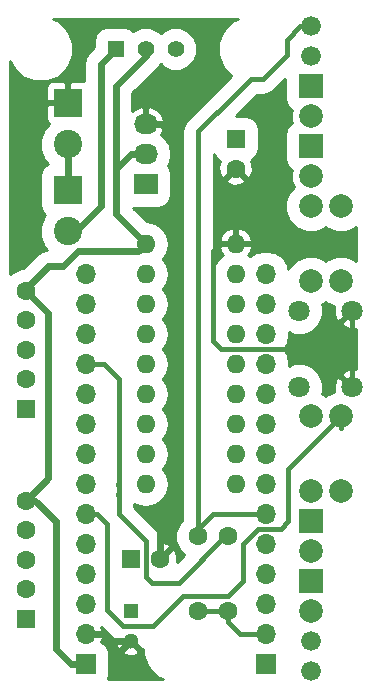
<source format=gtl>
G04 #@! TF.FileFunction,Copper,L1,Top,Signal*
%FSLAX46Y46*%
G04 Gerber Fmt 4.6, Leading zero omitted, Abs format (unit mm)*
G04 Created by KiCad (PCBNEW 4.0.6) date 09/06/18 10:25:07*
%MOMM*%
%LPD*%
G01*
G04 APERTURE LIST*
%ADD10C,0.100000*%
%ADD11C,1.676400*%
%ADD12C,2.000000*%
%ADD13R,2.000000X2.000000*%
%ADD14R,1.600000X1.600000*%
%ADD15C,1.600000*%
%ADD16R,1.700000X1.700000*%
%ADD17O,1.700000X1.700000*%
%ADD18R,1.300000X1.300000*%
%ADD19C,1.300000*%
%ADD20O,1.600000X1.600000*%
%ADD21R,2.032000X1.727200*%
%ADD22O,2.032000X1.727200*%
%ADD23R,1.397000X1.397000*%
%ADD24C,1.397000*%
%ADD25C,2.400000*%
%ADD26R,2.400000X2.400000*%
%ADD27C,1.998980*%
%ADD28C,1.800000*%
%ADD29R,0.600000X0.400000*%
%ADD30C,0.609600*%
%ADD31C,0.406400*%
%ADD32C,0.254000*%
G04 APERTURE END LIST*
D10*
D11*
X148590000Y-116205000D03*
X148590000Y-113665000D03*
D12*
X148590000Y-106045000D03*
D13*
X148590000Y-103505000D03*
D14*
X124460000Y-111760000D03*
D15*
X124460000Y-109260000D03*
X124460000Y-106760000D03*
X124460000Y-104260000D03*
X124460000Y-101760000D03*
D14*
X133350000Y-106680000D03*
D15*
X135850000Y-106680000D03*
D16*
X144780000Y-115570000D03*
D17*
X144780000Y-113030000D03*
X144780000Y-110490000D03*
X144780000Y-107950000D03*
X144780000Y-105410000D03*
X144780000Y-102870000D03*
X144780000Y-100330000D03*
X144780000Y-97790000D03*
X144780000Y-95250000D03*
X144780000Y-92710000D03*
X144780000Y-90170000D03*
X144780000Y-87630000D03*
X144780000Y-85090000D03*
X144780000Y-82550000D03*
D18*
X133350000Y-111125000D03*
D19*
X133350000Y-113625000D03*
D20*
X142240000Y-100330000D03*
X142240000Y-97790000D03*
X142240000Y-95250000D03*
X142240000Y-92710000D03*
X142240000Y-90170000D03*
X142240000Y-87630000D03*
X142240000Y-85090000D03*
X142240000Y-82550000D03*
X142240000Y-80010000D03*
X134620000Y-80010000D03*
X134620000Y-82550000D03*
X134620000Y-85090000D03*
X134620000Y-87630000D03*
X134620000Y-90170000D03*
X134620000Y-92710000D03*
X134620000Y-95250000D03*
X134620000Y-97790000D03*
X134620000Y-100330000D03*
D14*
X124460000Y-93980000D03*
D15*
X124460000Y-91480000D03*
X124460000Y-88980000D03*
X124460000Y-86480000D03*
X124460000Y-83980000D03*
X142240000Y-73620000D03*
D14*
X142240000Y-71120000D03*
D21*
X134620000Y-74930000D03*
D22*
X134620000Y-72390000D03*
X134620000Y-69850000D03*
D23*
X132080000Y-63500000D03*
D24*
X134620000Y-63500000D03*
X137160000Y-63500000D03*
D25*
X128016000Y-71572000D03*
D26*
X128016000Y-68072000D03*
D25*
X128016000Y-78938000D03*
D26*
X128016000Y-75438000D03*
D12*
X148590000Y-74295000D03*
D13*
X148590000Y-71755000D03*
D27*
X148590000Y-94615000D03*
X148590000Y-100965000D03*
X151130000Y-83185000D03*
X151130000Y-76835000D03*
X151130000Y-94615000D03*
X151130000Y-100965000D03*
X148590000Y-83185000D03*
X148590000Y-76835000D03*
D15*
X141605000Y-111125000D03*
X141605000Y-104775000D03*
X139065000Y-111125000D03*
X139065000Y-104775000D03*
D28*
X147610000Y-85650000D03*
X152110000Y-85650000D03*
X147610000Y-92150000D03*
X152110000Y-92150000D03*
D16*
X129540000Y-115570000D03*
D17*
X129540000Y-113030000D03*
X129540000Y-110490000D03*
X129540000Y-107950000D03*
X129540000Y-105410000D03*
X129540000Y-102870000D03*
X129540000Y-100330000D03*
X129540000Y-97790000D03*
X129540000Y-95250000D03*
X129540000Y-92710000D03*
X129540000Y-90170000D03*
X129540000Y-87630000D03*
X129540000Y-85090000D03*
X129540000Y-82550000D03*
D29*
X132334000Y-100388000D03*
X132334000Y-101288000D03*
D12*
X148590000Y-111125000D03*
D13*
X148590000Y-108585000D03*
D12*
X148590000Y-69215000D03*
D13*
X148590000Y-66675000D03*
D11*
X148590000Y-64135000D03*
X148590000Y-61595000D03*
D30*
X133350000Y-113625000D02*
X131659000Y-113625000D01*
X131064000Y-113030000D02*
X129540000Y-113030000D01*
X131659000Y-113625000D02*
X131064000Y-113030000D01*
D31*
X152110000Y-92150000D02*
X152110000Y-89880000D01*
X140970000Y-80010000D02*
X142240000Y-80010000D01*
X140335000Y-80645000D02*
X140970000Y-80010000D01*
X140335000Y-88265000D02*
X140335000Y-80645000D01*
X140970000Y-88900000D02*
X140335000Y-88265000D01*
X151130000Y-88900000D02*
X140970000Y-88900000D01*
X152110000Y-89880000D02*
X151130000Y-88900000D01*
D30*
X135850000Y-106680000D02*
X135850000Y-104180000D01*
X135890000Y-69850000D02*
X134620000Y-69850000D01*
X137160000Y-71120000D02*
X135890000Y-69850000D01*
X137160000Y-102870000D02*
X137160000Y-71120000D01*
X135850000Y-104180000D02*
X137160000Y-102870000D01*
D31*
X152035000Y-85725000D02*
X152110000Y-85650000D01*
X152110000Y-85650000D02*
X152110000Y-92150000D01*
X142875000Y-108585000D02*
X142875000Y-105410000D01*
X131318000Y-110998000D02*
X132715000Y-112395000D01*
X132715000Y-112395000D02*
X135255000Y-112395000D01*
X135255000Y-112395000D02*
X137795000Y-109855000D01*
X137795000Y-109855000D02*
X141605000Y-109855000D01*
X141605000Y-109855000D02*
X142875000Y-108585000D01*
X151130000Y-94615000D02*
X146685000Y-99060000D01*
X130492500Y-102870000D02*
X129540000Y-102870000D01*
X131318000Y-103695500D02*
X130492500Y-102870000D01*
X131318000Y-107569000D02*
X131318000Y-103695500D01*
X131318000Y-107569000D02*
X131318000Y-110998000D01*
X146685000Y-103505000D02*
X146685000Y-99060000D01*
X146050000Y-104140000D02*
X146685000Y-103505000D01*
X144145000Y-104140000D02*
X146050000Y-104140000D01*
X142875000Y-105410000D02*
X144145000Y-104140000D01*
X151130000Y-94615000D02*
X151130000Y-95567500D01*
D30*
X128016000Y-71572000D02*
X128016000Y-75438000D01*
X128016000Y-78938000D02*
X128707000Y-78938000D01*
X128707000Y-78938000D02*
X130810000Y-76835000D01*
X130810000Y-76835000D02*
X130810000Y-64770000D01*
X130810000Y-64770000D02*
X132080000Y-63500000D01*
D31*
X144780000Y-105410000D02*
X144907000Y-105410000D01*
X132334000Y-100388000D02*
X132334000Y-91440000D01*
X131064000Y-90170000D02*
X129540000Y-90170000D01*
X132334000Y-91440000D02*
X131064000Y-90170000D01*
X132334000Y-101288000D02*
X132334000Y-100388000D01*
X141605000Y-104775000D02*
X141351000Y-104775000D01*
X141351000Y-104775000D02*
X137414000Y-108712000D01*
X132334000Y-102870000D02*
X132334000Y-101288000D01*
X134620000Y-105156000D02*
X132334000Y-102870000D01*
X134620000Y-108204000D02*
X134620000Y-105156000D01*
X135128000Y-108712000D02*
X134620000Y-108204000D01*
X137414000Y-108712000D02*
X135128000Y-108712000D01*
X148590000Y-61595000D02*
X147701000Y-61595000D01*
X139065000Y-70485000D02*
X139065000Y-104775000D01*
X139065000Y-70485000D02*
X142240000Y-67310000D01*
X143510000Y-66040000D02*
X142240000Y-67310000D01*
X144526000Y-66040000D02*
X143510000Y-66040000D01*
X146558000Y-64008000D02*
X144526000Y-66040000D01*
X146558000Y-62738000D02*
X146558000Y-64008000D01*
X147701000Y-61595000D02*
X146558000Y-62738000D01*
X139065000Y-104775000D02*
X139065000Y-104140000D01*
X139065000Y-104140000D02*
X140335000Y-102870000D01*
X140335000Y-102870000D02*
X144780000Y-102870000D01*
X147955000Y-61595000D02*
X148590000Y-61595000D01*
D30*
X124460000Y-101760000D02*
X125255000Y-101760000D01*
X125255000Y-101760000D02*
X127000000Y-103505000D01*
X128270000Y-115570000D02*
X129540000Y-115570000D01*
X127000000Y-114300000D02*
X128270000Y-115570000D01*
X127000000Y-103505000D02*
X127000000Y-114300000D01*
X124460000Y-101760000D02*
X124620000Y-101760000D01*
X126365000Y-97790000D02*
X126365000Y-99855000D01*
X126365000Y-97790000D02*
X126365000Y-85885000D01*
X124460000Y-83980000D02*
X126365000Y-85885000D01*
X126365000Y-99855000D02*
X124460000Y-101760000D01*
X124460000Y-83980000D02*
X124460000Y-83820000D01*
X124460000Y-83820000D02*
X126365000Y-81915000D01*
X133985000Y-80645000D02*
X134620000Y-80010000D01*
X128905000Y-80645000D02*
X133985000Y-80645000D01*
X127635000Y-81915000D02*
X128905000Y-80645000D01*
X126365000Y-81915000D02*
X127635000Y-81915000D01*
X134620000Y-72390000D02*
X133350000Y-72390000D01*
X133350000Y-72390000D02*
X132080000Y-73660000D01*
X134620000Y-63500000D02*
X134620000Y-64135000D01*
X134620000Y-64135000D02*
X132080000Y-66675000D01*
X132080000Y-66675000D02*
X132080000Y-73660000D01*
X132080000Y-73660000D02*
X132080000Y-77470000D01*
X132080000Y-77470000D02*
X134620000Y-80010000D01*
D31*
X141605000Y-111125000D02*
X139065000Y-111125000D01*
X144780000Y-113030000D02*
X142621000Y-113030000D01*
X141605000Y-112014000D02*
X141605000Y-111125000D01*
X142621000Y-113030000D02*
X141605000Y-112014000D01*
D32*
G36*
X131774406Y-113335593D02*
X131936765Y-113444078D01*
X132057029Y-113524436D01*
X132081917Y-113954428D01*
X132220389Y-114288729D01*
X132450984Y-114344410D01*
X133070195Y-113725200D01*
X133629805Y-113725200D01*
X134249016Y-114344410D01*
X134407994Y-114306022D01*
X134407523Y-114845005D01*
X134825607Y-115856846D01*
X135599082Y-116631672D01*
X136139325Y-116856000D01*
X131450787Y-116856000D01*
X131539079Y-116420000D01*
X131539079Y-114720000D01*
X131502202Y-114524016D01*
X132630590Y-114524016D01*
X132686271Y-114754611D01*
X133169078Y-114922622D01*
X133679428Y-114893083D01*
X134013729Y-114754611D01*
X134069410Y-114524016D01*
X133350000Y-113804605D01*
X132630590Y-114524016D01*
X131502202Y-114524016D01*
X131460494Y-114302359D01*
X131213669Y-113918781D01*
X130860984Y-113677801D01*
X130981476Y-113386890D01*
X130860155Y-113157000D01*
X129667000Y-113157000D01*
X129667000Y-113177000D01*
X129413000Y-113177000D01*
X129413000Y-113157000D01*
X129393000Y-113157000D01*
X129393000Y-112903000D01*
X129413000Y-112903000D01*
X129413000Y-112883000D01*
X129667000Y-112883000D01*
X129667000Y-112903000D01*
X130860155Y-112903000D01*
X130981476Y-112673110D01*
X130889245Y-112450432D01*
X131774406Y-113335593D01*
X131774406Y-113335593D01*
G37*
X131774406Y-113335593D02*
X131936765Y-113444078D01*
X132057029Y-113524436D01*
X132081917Y-113954428D01*
X132220389Y-114288729D01*
X132450984Y-114344410D01*
X133070195Y-113725200D01*
X133629805Y-113725200D01*
X134249016Y-114344410D01*
X134407994Y-114306022D01*
X134407523Y-114845005D01*
X134825607Y-115856846D01*
X135599082Y-116631672D01*
X136139325Y-116856000D01*
X131450787Y-116856000D01*
X131539079Y-116420000D01*
X131539079Y-114720000D01*
X131502202Y-114524016D01*
X132630590Y-114524016D01*
X132686271Y-114754611D01*
X133169078Y-114922622D01*
X133679428Y-114893083D01*
X134013729Y-114754611D01*
X134069410Y-114524016D01*
X133350000Y-113804605D01*
X132630590Y-114524016D01*
X131502202Y-114524016D01*
X131460494Y-114302359D01*
X131213669Y-113918781D01*
X130860984Y-113677801D01*
X130981476Y-113386890D01*
X130860155Y-113157000D01*
X129667000Y-113157000D01*
X129667000Y-113177000D01*
X129413000Y-113177000D01*
X129413000Y-113157000D01*
X129393000Y-113157000D01*
X129393000Y-112903000D01*
X129413000Y-112903000D01*
X129413000Y-112883000D01*
X129667000Y-112883000D01*
X129667000Y-112903000D01*
X130860155Y-112903000D01*
X130981476Y-112673110D01*
X130889245Y-112450432D01*
X131774406Y-113335593D01*
G36*
X148783748Y-116190858D02*
X148769605Y-116205000D01*
X148783748Y-116219143D01*
X148604143Y-116398748D01*
X148590000Y-116384605D01*
X148575858Y-116398748D01*
X148396253Y-116219143D01*
X148410395Y-116205000D01*
X148396253Y-116190858D01*
X148575858Y-116011253D01*
X148590000Y-116025395D01*
X148604143Y-116011253D01*
X148783748Y-116190858D01*
X148783748Y-116190858D01*
G37*
X148783748Y-116190858D02*
X148769605Y-116205000D01*
X148783748Y-116219143D01*
X148604143Y-116398748D01*
X148590000Y-116384605D01*
X148575858Y-116398748D01*
X148396253Y-116219143D01*
X148410395Y-116205000D01*
X148396253Y-116190858D01*
X148575858Y-116011253D01*
X148590000Y-116025395D01*
X148604143Y-116011253D01*
X148783748Y-116190858D01*
G36*
X148783748Y-111110858D02*
X148769605Y-111125000D01*
X148783748Y-111139143D01*
X148604143Y-111318748D01*
X148590000Y-111304605D01*
X148575858Y-111318748D01*
X148396253Y-111139143D01*
X148410395Y-111125000D01*
X148396253Y-111110858D01*
X148575858Y-110931253D01*
X148590000Y-110945395D01*
X148604143Y-110931253D01*
X148783748Y-111110858D01*
X148783748Y-111110858D01*
G37*
X148783748Y-111110858D02*
X148769605Y-111125000D01*
X148783748Y-111139143D01*
X148604143Y-111318748D01*
X148590000Y-111304605D01*
X148575858Y-111318748D01*
X148396253Y-111139143D01*
X148410395Y-111125000D01*
X148396253Y-111110858D01*
X148575858Y-110931253D01*
X148590000Y-110945395D01*
X148604143Y-110931253D01*
X148783748Y-111110858D01*
G36*
X141953154Y-61165607D02*
X141178328Y-61939082D01*
X140758479Y-62950192D01*
X140757523Y-64045005D01*
X141175607Y-65056846D01*
X141893161Y-65775653D01*
X138124407Y-69544407D01*
X137836055Y-69975954D01*
X137734800Y-70485000D01*
X137734800Y-103380066D01*
X137432322Y-103682017D01*
X137138335Y-104390014D01*
X137137666Y-105156622D01*
X137430416Y-105865132D01*
X137904635Y-106340179D01*
X137268307Y-106976507D01*
X137296965Y-106896777D01*
X137269778Y-106326546D01*
X137103864Y-105925995D01*
X136857745Y-105851861D01*
X136029605Y-106680000D01*
X136043748Y-106694142D01*
X135950200Y-106787690D01*
X135950200Y-106400195D01*
X136678139Y-105672255D01*
X136604005Y-105426136D01*
X136066777Y-105233035D01*
X135950200Y-105238593D01*
X135950200Y-105156000D01*
X135848945Y-104646954D01*
X135834685Y-104625613D01*
X135560593Y-104215406D01*
X133664200Y-102319014D01*
X133664200Y-101989632D01*
X133844817Y-102110316D01*
X134582248Y-102257000D01*
X134657752Y-102257000D01*
X135395183Y-102110316D01*
X136020347Y-101692595D01*
X136438068Y-101067431D01*
X136584752Y-100330000D01*
X136438068Y-99592569D01*
X136082217Y-99060000D01*
X136438068Y-98527431D01*
X136584752Y-97790000D01*
X136438068Y-97052569D01*
X136082217Y-96520000D01*
X136438068Y-95987431D01*
X136584752Y-95250000D01*
X136438068Y-94512569D01*
X136082217Y-93980000D01*
X136438068Y-93447431D01*
X136584752Y-92710000D01*
X136438068Y-91972569D01*
X136082217Y-91440000D01*
X136438068Y-90907431D01*
X136584752Y-90170000D01*
X136438068Y-89432569D01*
X136082217Y-88900000D01*
X136438068Y-88367431D01*
X136584752Y-87630000D01*
X136438068Y-86892569D01*
X136082217Y-86360000D01*
X136438068Y-85827431D01*
X136584752Y-85090000D01*
X136438068Y-84352569D01*
X136082217Y-83820000D01*
X136438068Y-83287431D01*
X136584752Y-82550000D01*
X136438068Y-81812569D01*
X136082217Y-81280000D01*
X136438068Y-80747431D01*
X136584752Y-80010000D01*
X136438068Y-79272569D01*
X136020347Y-78647405D01*
X135395183Y-78229684D01*
X134732798Y-78097928D01*
X133570833Y-76935962D01*
X133604000Y-76942679D01*
X135636000Y-76942679D01*
X136053641Y-76864094D01*
X136437219Y-76617269D01*
X136694548Y-76240656D01*
X136785079Y-75793600D01*
X136785079Y-74066400D01*
X136706494Y-73648759D01*
X136517564Y-73355152D01*
X136653459Y-73151770D01*
X136804984Y-72390000D01*
X136653459Y-71628230D01*
X136221951Y-70982433D01*
X135930686Y-70787816D01*
X135970732Y-70752036D01*
X136224709Y-70224791D01*
X136227358Y-70209026D01*
X136106217Y-69977000D01*
X134747000Y-69977000D01*
X134747000Y-69997000D01*
X134493000Y-69997000D01*
X134493000Y-69977000D01*
X134473000Y-69977000D01*
X134473000Y-69723000D01*
X134493000Y-69723000D01*
X134493000Y-68509076D01*
X134747000Y-68509076D01*
X134747000Y-69723000D01*
X136106217Y-69723000D01*
X136227358Y-69490974D01*
X136224709Y-69475209D01*
X135970732Y-68947964D01*
X135534320Y-68558046D01*
X134981913Y-68364816D01*
X134747000Y-68509076D01*
X134493000Y-68509076D01*
X134258087Y-68364816D01*
X133705680Y-68558046D01*
X133511800Y-68731271D01*
X133511800Y-67268070D01*
X135632435Y-65147436D01*
X135790375Y-64911063D01*
X135889964Y-64811648D01*
X136124587Y-65046681D01*
X136795292Y-65325183D01*
X137521521Y-65325817D01*
X138192712Y-65048486D01*
X138706681Y-64535413D01*
X138985183Y-63864708D01*
X138985817Y-63138479D01*
X138708486Y-62467288D01*
X138195413Y-61953319D01*
X137524708Y-61674817D01*
X136798479Y-61674183D01*
X136127288Y-61951514D01*
X135890036Y-62188352D01*
X135655413Y-61953319D01*
X134984708Y-61674817D01*
X134258479Y-61674183D01*
X133587288Y-61951514D01*
X133564333Y-61974429D01*
X133225556Y-61742952D01*
X132778500Y-61652421D01*
X131381500Y-61652421D01*
X130963859Y-61731006D01*
X130580281Y-61977831D01*
X130322952Y-62354444D01*
X130232421Y-62801500D01*
X130232421Y-63322709D01*
X129797565Y-63757565D01*
X129487189Y-64222074D01*
X129378200Y-64770000D01*
X129378200Y-66251866D01*
X129342310Y-66237000D01*
X128301750Y-66237000D01*
X128143000Y-66395750D01*
X128143000Y-67945000D01*
X128163000Y-67945000D01*
X128163000Y-68199000D01*
X128143000Y-68199000D01*
X128143000Y-68219000D01*
X127889000Y-68219000D01*
X127889000Y-68199000D01*
X126339750Y-68199000D01*
X126181000Y-68357750D01*
X126181000Y-69398309D01*
X126277673Y-69631698D01*
X126456301Y-69810327D01*
X126477997Y-69819314D01*
X126044415Y-70252139D01*
X125689404Y-71107100D01*
X125688597Y-72032838D01*
X126042115Y-72888418D01*
X126351084Y-73197927D01*
X126014781Y-73414331D01*
X125757452Y-73790944D01*
X125666921Y-74238000D01*
X125666921Y-76638000D01*
X125745506Y-77055641D01*
X125992331Y-77439219D01*
X126129654Y-77533048D01*
X126044415Y-77618139D01*
X125689404Y-78473100D01*
X125688597Y-79398838D01*
X126042115Y-80254418D01*
X126286154Y-80498883D01*
X125817074Y-80592189D01*
X125352565Y-80902564D01*
X124202355Y-82052774D01*
X124078378Y-82052666D01*
X123369868Y-82345416D01*
X123174000Y-82540943D01*
X123174000Y-66745691D01*
X126181000Y-66745691D01*
X126181000Y-67786250D01*
X126339750Y-67945000D01*
X127889000Y-67945000D01*
X127889000Y-66395750D01*
X127730250Y-66237000D01*
X126689690Y-66237000D01*
X126456301Y-66333673D01*
X126277673Y-66512302D01*
X126181000Y-66745691D01*
X123174000Y-66745691D01*
X123174000Y-64520516D01*
X123395607Y-65056846D01*
X124169082Y-65831672D01*
X125180192Y-66251521D01*
X126275005Y-66252477D01*
X127286846Y-65834393D01*
X128061672Y-65060918D01*
X128481521Y-64049808D01*
X128482477Y-62954995D01*
X128064393Y-61943154D01*
X127290918Y-61168328D01*
X126750675Y-60944000D01*
X142489484Y-60944000D01*
X141953154Y-61165607D01*
X141953154Y-61165607D01*
G37*
X141953154Y-61165607D02*
X141178328Y-61939082D01*
X140758479Y-62950192D01*
X140757523Y-64045005D01*
X141175607Y-65056846D01*
X141893161Y-65775653D01*
X138124407Y-69544407D01*
X137836055Y-69975954D01*
X137734800Y-70485000D01*
X137734800Y-103380066D01*
X137432322Y-103682017D01*
X137138335Y-104390014D01*
X137137666Y-105156622D01*
X137430416Y-105865132D01*
X137904635Y-106340179D01*
X137268307Y-106976507D01*
X137296965Y-106896777D01*
X137269778Y-106326546D01*
X137103864Y-105925995D01*
X136857745Y-105851861D01*
X136029605Y-106680000D01*
X136043748Y-106694142D01*
X135950200Y-106787690D01*
X135950200Y-106400195D01*
X136678139Y-105672255D01*
X136604005Y-105426136D01*
X136066777Y-105233035D01*
X135950200Y-105238593D01*
X135950200Y-105156000D01*
X135848945Y-104646954D01*
X135834685Y-104625613D01*
X135560593Y-104215406D01*
X133664200Y-102319014D01*
X133664200Y-101989632D01*
X133844817Y-102110316D01*
X134582248Y-102257000D01*
X134657752Y-102257000D01*
X135395183Y-102110316D01*
X136020347Y-101692595D01*
X136438068Y-101067431D01*
X136584752Y-100330000D01*
X136438068Y-99592569D01*
X136082217Y-99060000D01*
X136438068Y-98527431D01*
X136584752Y-97790000D01*
X136438068Y-97052569D01*
X136082217Y-96520000D01*
X136438068Y-95987431D01*
X136584752Y-95250000D01*
X136438068Y-94512569D01*
X136082217Y-93980000D01*
X136438068Y-93447431D01*
X136584752Y-92710000D01*
X136438068Y-91972569D01*
X136082217Y-91440000D01*
X136438068Y-90907431D01*
X136584752Y-90170000D01*
X136438068Y-89432569D01*
X136082217Y-88900000D01*
X136438068Y-88367431D01*
X136584752Y-87630000D01*
X136438068Y-86892569D01*
X136082217Y-86360000D01*
X136438068Y-85827431D01*
X136584752Y-85090000D01*
X136438068Y-84352569D01*
X136082217Y-83820000D01*
X136438068Y-83287431D01*
X136584752Y-82550000D01*
X136438068Y-81812569D01*
X136082217Y-81280000D01*
X136438068Y-80747431D01*
X136584752Y-80010000D01*
X136438068Y-79272569D01*
X136020347Y-78647405D01*
X135395183Y-78229684D01*
X134732798Y-78097928D01*
X133570833Y-76935962D01*
X133604000Y-76942679D01*
X135636000Y-76942679D01*
X136053641Y-76864094D01*
X136437219Y-76617269D01*
X136694548Y-76240656D01*
X136785079Y-75793600D01*
X136785079Y-74066400D01*
X136706494Y-73648759D01*
X136517564Y-73355152D01*
X136653459Y-73151770D01*
X136804984Y-72390000D01*
X136653459Y-71628230D01*
X136221951Y-70982433D01*
X135930686Y-70787816D01*
X135970732Y-70752036D01*
X136224709Y-70224791D01*
X136227358Y-70209026D01*
X136106217Y-69977000D01*
X134747000Y-69977000D01*
X134747000Y-69997000D01*
X134493000Y-69997000D01*
X134493000Y-69977000D01*
X134473000Y-69977000D01*
X134473000Y-69723000D01*
X134493000Y-69723000D01*
X134493000Y-68509076D01*
X134747000Y-68509076D01*
X134747000Y-69723000D01*
X136106217Y-69723000D01*
X136227358Y-69490974D01*
X136224709Y-69475209D01*
X135970732Y-68947964D01*
X135534320Y-68558046D01*
X134981913Y-68364816D01*
X134747000Y-68509076D01*
X134493000Y-68509076D01*
X134258087Y-68364816D01*
X133705680Y-68558046D01*
X133511800Y-68731271D01*
X133511800Y-67268070D01*
X135632435Y-65147436D01*
X135790375Y-64911063D01*
X135889964Y-64811648D01*
X136124587Y-65046681D01*
X136795292Y-65325183D01*
X137521521Y-65325817D01*
X138192712Y-65048486D01*
X138706681Y-64535413D01*
X138985183Y-63864708D01*
X138985817Y-63138479D01*
X138708486Y-62467288D01*
X138195413Y-61953319D01*
X137524708Y-61674817D01*
X136798479Y-61674183D01*
X136127288Y-61951514D01*
X135890036Y-62188352D01*
X135655413Y-61953319D01*
X134984708Y-61674817D01*
X134258479Y-61674183D01*
X133587288Y-61951514D01*
X133564333Y-61974429D01*
X133225556Y-61742952D01*
X132778500Y-61652421D01*
X131381500Y-61652421D01*
X130963859Y-61731006D01*
X130580281Y-61977831D01*
X130322952Y-62354444D01*
X130232421Y-62801500D01*
X130232421Y-63322709D01*
X129797565Y-63757565D01*
X129487189Y-64222074D01*
X129378200Y-64770000D01*
X129378200Y-66251866D01*
X129342310Y-66237000D01*
X128301750Y-66237000D01*
X128143000Y-66395750D01*
X128143000Y-67945000D01*
X128163000Y-67945000D01*
X128163000Y-68199000D01*
X128143000Y-68199000D01*
X128143000Y-68219000D01*
X127889000Y-68219000D01*
X127889000Y-68199000D01*
X126339750Y-68199000D01*
X126181000Y-68357750D01*
X126181000Y-69398309D01*
X126277673Y-69631698D01*
X126456301Y-69810327D01*
X126477997Y-69819314D01*
X126044415Y-70252139D01*
X125689404Y-71107100D01*
X125688597Y-72032838D01*
X126042115Y-72888418D01*
X126351084Y-73197927D01*
X126014781Y-73414331D01*
X125757452Y-73790944D01*
X125666921Y-74238000D01*
X125666921Y-76638000D01*
X125745506Y-77055641D01*
X125992331Y-77439219D01*
X126129654Y-77533048D01*
X126044415Y-77618139D01*
X125689404Y-78473100D01*
X125688597Y-79398838D01*
X126042115Y-80254418D01*
X126286154Y-80498883D01*
X125817074Y-80592189D01*
X125352565Y-80902564D01*
X124202355Y-82052774D01*
X124078378Y-82052666D01*
X123369868Y-82345416D01*
X123174000Y-82540943D01*
X123174000Y-66745691D01*
X126181000Y-66745691D01*
X126181000Y-67786250D01*
X126339750Y-67945000D01*
X127889000Y-67945000D01*
X127889000Y-66395750D01*
X127730250Y-66237000D01*
X126689690Y-66237000D01*
X126456301Y-66333673D01*
X126277673Y-66512302D01*
X126181000Y-66745691D01*
X123174000Y-66745691D01*
X123174000Y-64520516D01*
X123395607Y-65056846D01*
X124169082Y-65831672D01*
X125180192Y-66251521D01*
X126275005Y-66252477D01*
X127286846Y-65834393D01*
X128061672Y-65060918D01*
X128481521Y-64049808D01*
X128482477Y-62954995D01*
X128064393Y-61943154D01*
X127290918Y-61168328D01*
X126750675Y-60944000D01*
X142489484Y-60944000D01*
X141953154Y-61165607D01*
G36*
X148783748Y-106030858D02*
X148769605Y-106045000D01*
X148783748Y-106059143D01*
X148604143Y-106238748D01*
X148590000Y-106224605D01*
X148575858Y-106238748D01*
X148396253Y-106059143D01*
X148410395Y-106045000D01*
X148396253Y-106030858D01*
X148575858Y-105851253D01*
X148590000Y-105865395D01*
X148604143Y-105851253D01*
X148783748Y-106030858D01*
X148783748Y-106030858D01*
G37*
X148783748Y-106030858D02*
X148769605Y-106045000D01*
X148783748Y-106059143D01*
X148604143Y-106238748D01*
X148590000Y-106224605D01*
X148575858Y-106238748D01*
X148396253Y-106059143D01*
X148410395Y-106045000D01*
X148396253Y-106030858D01*
X148575858Y-105851253D01*
X148590000Y-105865395D01*
X148604143Y-105851253D01*
X148783748Y-106030858D01*
G36*
X149923868Y-84986699D02*
X150613413Y-85273024D01*
X150563542Y-85409336D01*
X150589161Y-86019460D01*
X150773357Y-86464148D01*
X151029841Y-86550554D01*
X151930395Y-85650000D01*
X151916253Y-85635858D01*
X152095858Y-85456253D01*
X152110000Y-85470395D01*
X152124143Y-85456253D01*
X152303748Y-85635858D01*
X152289605Y-85650000D01*
X152303748Y-85664143D01*
X152124143Y-85843748D01*
X152110000Y-85829605D01*
X151209446Y-86730159D01*
X151295852Y-86986643D01*
X151869336Y-87196458D01*
X152416000Y-87173504D01*
X152416000Y-90627446D01*
X152350664Y-90603542D01*
X151740540Y-90629161D01*
X151295852Y-90813357D01*
X151209446Y-91069841D01*
X152110000Y-91970395D01*
X152124143Y-91956253D01*
X152303748Y-92135858D01*
X152289605Y-92150000D01*
X152303748Y-92164143D01*
X152124143Y-92343748D01*
X152110000Y-92329605D01*
X152095858Y-92343748D01*
X151916253Y-92164143D01*
X151930395Y-92150000D01*
X151029841Y-91249446D01*
X150773357Y-91335852D01*
X150563542Y-91909336D01*
X150589161Y-92519460D01*
X150595579Y-92534953D01*
X149927014Y-92811199D01*
X149860408Y-92877689D01*
X149796132Y-92813301D01*
X149568606Y-92718824D01*
X149636647Y-92554964D01*
X149637351Y-91748574D01*
X149329409Y-91003297D01*
X148759702Y-90432595D01*
X148014964Y-90123353D01*
X147208574Y-90122649D01*
X146769025Y-90304267D01*
X146795732Y-90170000D01*
X146645242Y-89413435D01*
X146302176Y-88900000D01*
X146645242Y-88386565D01*
X146795732Y-87630000D01*
X146768996Y-87495587D01*
X147205036Y-87676647D01*
X148011426Y-87677351D01*
X148756703Y-87369409D01*
X149327405Y-86799702D01*
X149636647Y-86054964D01*
X149637351Y-85248574D01*
X149568364Y-85081613D01*
X149792986Y-84988801D01*
X149859592Y-84922311D01*
X149923868Y-84986699D01*
X149923868Y-84986699D01*
G37*
X149923868Y-84986699D02*
X150613413Y-85273024D01*
X150563542Y-85409336D01*
X150589161Y-86019460D01*
X150773357Y-86464148D01*
X151029841Y-86550554D01*
X151930395Y-85650000D01*
X151916253Y-85635858D01*
X152095858Y-85456253D01*
X152110000Y-85470395D01*
X152124143Y-85456253D01*
X152303748Y-85635858D01*
X152289605Y-85650000D01*
X152303748Y-85664143D01*
X152124143Y-85843748D01*
X152110000Y-85829605D01*
X151209446Y-86730159D01*
X151295852Y-86986643D01*
X151869336Y-87196458D01*
X152416000Y-87173504D01*
X152416000Y-90627446D01*
X152350664Y-90603542D01*
X151740540Y-90629161D01*
X151295852Y-90813357D01*
X151209446Y-91069841D01*
X152110000Y-91970395D01*
X152124143Y-91956253D01*
X152303748Y-92135858D01*
X152289605Y-92150000D01*
X152303748Y-92164143D01*
X152124143Y-92343748D01*
X152110000Y-92329605D01*
X152095858Y-92343748D01*
X151916253Y-92164143D01*
X151930395Y-92150000D01*
X151029841Y-91249446D01*
X150773357Y-91335852D01*
X150563542Y-91909336D01*
X150589161Y-92519460D01*
X150595579Y-92534953D01*
X149927014Y-92811199D01*
X149860408Y-92877689D01*
X149796132Y-92813301D01*
X149568606Y-92718824D01*
X149636647Y-92554964D01*
X149637351Y-91748574D01*
X149329409Y-91003297D01*
X148759702Y-90432595D01*
X148014964Y-90123353D01*
X147208574Y-90122649D01*
X146769025Y-90304267D01*
X146795732Y-90170000D01*
X146645242Y-89413435D01*
X146302176Y-88900000D01*
X146645242Y-88386565D01*
X146795732Y-87630000D01*
X146768996Y-87495587D01*
X147205036Y-87676647D01*
X148011426Y-87677351D01*
X148756703Y-87369409D01*
X149327405Y-86799702D01*
X149636647Y-86054964D01*
X149637351Y-85248574D01*
X149568364Y-85081613D01*
X149792986Y-84988801D01*
X149859592Y-84922311D01*
X149923868Y-84986699D01*
G36*
X146440921Y-67675000D02*
X146519506Y-68092641D01*
X146766331Y-68476219D01*
X147048621Y-68669100D01*
X146944092Y-68950461D01*
X146968144Y-69600460D01*
X147038607Y-69770573D01*
X146788781Y-69931331D01*
X146531452Y-70307944D01*
X146440921Y-70755000D01*
X146440921Y-72755000D01*
X146519506Y-73172641D01*
X146766331Y-73556219D01*
X147048621Y-73749100D01*
X146944092Y-74030461D01*
X146968144Y-74680460D01*
X147170613Y-75169264D01*
X147227601Y-75190334D01*
X146788301Y-75628868D01*
X146463880Y-76410159D01*
X146463142Y-77256129D01*
X146786199Y-78037986D01*
X147383868Y-78636699D01*
X148165159Y-78961120D01*
X149011129Y-78961858D01*
X149792986Y-78638801D01*
X149859592Y-78572311D01*
X149923868Y-78636699D01*
X150705159Y-78961120D01*
X151551129Y-78961858D01*
X152332986Y-78638801D01*
X152416000Y-78555932D01*
X152416000Y-81463309D01*
X152336132Y-81383301D01*
X151554841Y-81058880D01*
X150708871Y-81058142D01*
X149927014Y-81381199D01*
X149860408Y-81447689D01*
X149796132Y-81383301D01*
X149014841Y-81058880D01*
X148168871Y-81058142D01*
X147387014Y-81381199D01*
X146788301Y-81978868D01*
X146716515Y-82151748D01*
X146645242Y-81793435D01*
X146216682Y-81152050D01*
X145575297Y-80723490D01*
X144818732Y-80573000D01*
X144741268Y-80573000D01*
X143984703Y-80723490D01*
X143465376Y-81070493D01*
X143286594Y-80951035D01*
X143471041Y-80747423D01*
X143631904Y-80359039D01*
X143509915Y-80137000D01*
X142367000Y-80137000D01*
X142367000Y-80157000D01*
X142113000Y-80157000D01*
X142113000Y-80137000D01*
X140970085Y-80137000D01*
X140848096Y-80359039D01*
X141008959Y-80747423D01*
X141193406Y-80951035D01*
X140839653Y-81187405D01*
X140421932Y-81812569D01*
X140395200Y-81946960D01*
X140395200Y-79660961D01*
X140848096Y-79660961D01*
X140970085Y-79883000D01*
X142113000Y-79883000D01*
X142113000Y-78739371D01*
X142367000Y-78739371D01*
X142367000Y-79883000D01*
X143509915Y-79883000D01*
X143631904Y-79660961D01*
X143471041Y-79272577D01*
X143095134Y-78857611D01*
X142589041Y-78618086D01*
X142367000Y-78739371D01*
X142113000Y-78739371D01*
X141890959Y-78618086D01*
X141384866Y-78857611D01*
X141008959Y-79272577D01*
X140848096Y-79660961D01*
X140395200Y-79660961D01*
X140395200Y-74627745D01*
X141411861Y-74627745D01*
X141485995Y-74873864D01*
X142023223Y-75066965D01*
X142593454Y-75039778D01*
X142994005Y-74873864D01*
X143068139Y-74627745D01*
X142240000Y-73799605D01*
X141411861Y-74627745D01*
X140395200Y-74627745D01*
X140395200Y-72377571D01*
X140616331Y-72721219D01*
X140954999Y-72952621D01*
X140793035Y-73403223D01*
X140820222Y-73973454D01*
X140986136Y-74374005D01*
X141232255Y-74448139D01*
X142060395Y-73620000D01*
X142046252Y-73605858D01*
X142225858Y-73426253D01*
X142240000Y-73440395D01*
X142254143Y-73426253D01*
X142433748Y-73605858D01*
X142419605Y-73620000D01*
X143247745Y-74448139D01*
X143493864Y-74374005D01*
X143686965Y-73836777D01*
X143659778Y-73266546D01*
X143526958Y-72945890D01*
X143841219Y-72743669D01*
X144098548Y-72367056D01*
X144189079Y-71920000D01*
X144189079Y-70320000D01*
X144110494Y-69902359D01*
X143863669Y-69518781D01*
X143487056Y-69261452D01*
X143040000Y-69170921D01*
X142260265Y-69170921D01*
X143180593Y-68250593D01*
X144060987Y-67370200D01*
X144526000Y-67370200D01*
X145035046Y-67268945D01*
X145466593Y-66980593D01*
X146440921Y-66006265D01*
X146440921Y-67675000D01*
X146440921Y-67675000D01*
G37*
X146440921Y-67675000D02*
X146519506Y-68092641D01*
X146766331Y-68476219D01*
X147048621Y-68669100D01*
X146944092Y-68950461D01*
X146968144Y-69600460D01*
X147038607Y-69770573D01*
X146788781Y-69931331D01*
X146531452Y-70307944D01*
X146440921Y-70755000D01*
X146440921Y-72755000D01*
X146519506Y-73172641D01*
X146766331Y-73556219D01*
X147048621Y-73749100D01*
X146944092Y-74030461D01*
X146968144Y-74680460D01*
X147170613Y-75169264D01*
X147227601Y-75190334D01*
X146788301Y-75628868D01*
X146463880Y-76410159D01*
X146463142Y-77256129D01*
X146786199Y-78037986D01*
X147383868Y-78636699D01*
X148165159Y-78961120D01*
X149011129Y-78961858D01*
X149792986Y-78638801D01*
X149859592Y-78572311D01*
X149923868Y-78636699D01*
X150705159Y-78961120D01*
X151551129Y-78961858D01*
X152332986Y-78638801D01*
X152416000Y-78555932D01*
X152416000Y-81463309D01*
X152336132Y-81383301D01*
X151554841Y-81058880D01*
X150708871Y-81058142D01*
X149927014Y-81381199D01*
X149860408Y-81447689D01*
X149796132Y-81383301D01*
X149014841Y-81058880D01*
X148168871Y-81058142D01*
X147387014Y-81381199D01*
X146788301Y-81978868D01*
X146716515Y-82151748D01*
X146645242Y-81793435D01*
X146216682Y-81152050D01*
X145575297Y-80723490D01*
X144818732Y-80573000D01*
X144741268Y-80573000D01*
X143984703Y-80723490D01*
X143465376Y-81070493D01*
X143286594Y-80951035D01*
X143471041Y-80747423D01*
X143631904Y-80359039D01*
X143509915Y-80137000D01*
X142367000Y-80137000D01*
X142367000Y-80157000D01*
X142113000Y-80157000D01*
X142113000Y-80137000D01*
X140970085Y-80137000D01*
X140848096Y-80359039D01*
X141008959Y-80747423D01*
X141193406Y-80951035D01*
X140839653Y-81187405D01*
X140421932Y-81812569D01*
X140395200Y-81946960D01*
X140395200Y-79660961D01*
X140848096Y-79660961D01*
X140970085Y-79883000D01*
X142113000Y-79883000D01*
X142113000Y-78739371D01*
X142367000Y-78739371D01*
X142367000Y-79883000D01*
X143509915Y-79883000D01*
X143631904Y-79660961D01*
X143471041Y-79272577D01*
X143095134Y-78857611D01*
X142589041Y-78618086D01*
X142367000Y-78739371D01*
X142113000Y-78739371D01*
X141890959Y-78618086D01*
X141384866Y-78857611D01*
X141008959Y-79272577D01*
X140848096Y-79660961D01*
X140395200Y-79660961D01*
X140395200Y-74627745D01*
X141411861Y-74627745D01*
X141485995Y-74873864D01*
X142023223Y-75066965D01*
X142593454Y-75039778D01*
X142994005Y-74873864D01*
X143068139Y-74627745D01*
X142240000Y-73799605D01*
X141411861Y-74627745D01*
X140395200Y-74627745D01*
X140395200Y-72377571D01*
X140616331Y-72721219D01*
X140954999Y-72952621D01*
X140793035Y-73403223D01*
X140820222Y-73973454D01*
X140986136Y-74374005D01*
X141232255Y-74448139D01*
X142060395Y-73620000D01*
X142046252Y-73605858D01*
X142225858Y-73426253D01*
X142240000Y-73440395D01*
X142254143Y-73426253D01*
X142433748Y-73605858D01*
X142419605Y-73620000D01*
X143247745Y-74448139D01*
X143493864Y-74374005D01*
X143686965Y-73836777D01*
X143659778Y-73266546D01*
X143526958Y-72945890D01*
X143841219Y-72743669D01*
X144098548Y-72367056D01*
X144189079Y-71920000D01*
X144189079Y-70320000D01*
X144110494Y-69902359D01*
X143863669Y-69518781D01*
X143487056Y-69261452D01*
X143040000Y-69170921D01*
X142260265Y-69170921D01*
X143180593Y-68250593D01*
X144060987Y-67370200D01*
X144526000Y-67370200D01*
X145035046Y-67268945D01*
X145466593Y-66980593D01*
X146440921Y-66006265D01*
X146440921Y-67675000D01*
G36*
X148783748Y-74280858D02*
X148769605Y-74295000D01*
X148783748Y-74309143D01*
X148604143Y-74488748D01*
X148590000Y-74474605D01*
X148575858Y-74488748D01*
X148396253Y-74309143D01*
X148410395Y-74295000D01*
X148396253Y-74280858D01*
X148575858Y-74101253D01*
X148590000Y-74115395D01*
X148604143Y-74101253D01*
X148783748Y-74280858D01*
X148783748Y-74280858D01*
G37*
X148783748Y-74280858D02*
X148769605Y-74295000D01*
X148783748Y-74309143D01*
X148604143Y-74488748D01*
X148590000Y-74474605D01*
X148575858Y-74488748D01*
X148396253Y-74309143D01*
X148410395Y-74295000D01*
X148396253Y-74280858D01*
X148575858Y-74101253D01*
X148590000Y-74115395D01*
X148604143Y-74101253D01*
X148783748Y-74280858D01*
G36*
X148783748Y-69200858D02*
X148769605Y-69215000D01*
X148783748Y-69229143D01*
X148604143Y-69408748D01*
X148590000Y-69394605D01*
X148575858Y-69408748D01*
X148396253Y-69229143D01*
X148410395Y-69215000D01*
X148396253Y-69200858D01*
X148575858Y-69021253D01*
X148590000Y-69035395D01*
X148604143Y-69021253D01*
X148783748Y-69200858D01*
X148783748Y-69200858D01*
G37*
X148783748Y-69200858D02*
X148769605Y-69215000D01*
X148783748Y-69229143D01*
X148604143Y-69408748D01*
X148590000Y-69394605D01*
X148575858Y-69408748D01*
X148396253Y-69229143D01*
X148410395Y-69215000D01*
X148396253Y-69200858D01*
X148575858Y-69021253D01*
X148590000Y-69035395D01*
X148604143Y-69021253D01*
X148783748Y-69200858D01*
G36*
X148783748Y-64120858D02*
X148769605Y-64135000D01*
X148783748Y-64149143D01*
X148604143Y-64328748D01*
X148590000Y-64314605D01*
X148575858Y-64328748D01*
X148396253Y-64149143D01*
X148410395Y-64135000D01*
X148396253Y-64120858D01*
X148575858Y-63941253D01*
X148590000Y-63955395D01*
X148604143Y-63941253D01*
X148783748Y-64120858D01*
X148783748Y-64120858D01*
G37*
X148783748Y-64120858D02*
X148769605Y-64135000D01*
X148783748Y-64149143D01*
X148604143Y-64328748D01*
X148590000Y-64314605D01*
X148575858Y-64328748D01*
X148396253Y-64149143D01*
X148410395Y-64135000D01*
X148396253Y-64120858D01*
X148575858Y-63941253D01*
X148590000Y-63955395D01*
X148604143Y-63941253D01*
X148783748Y-64120858D01*
M02*

</source>
